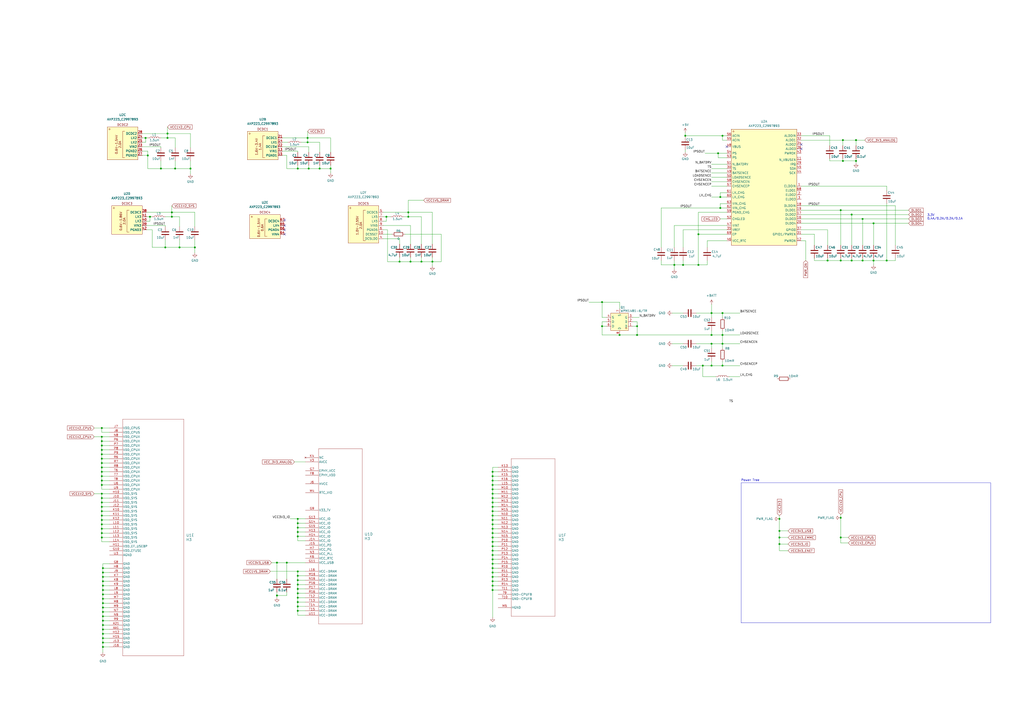
<source format=kicad_sch>
(kicad_sch (version 20250114) (generator "eeschema") (generator_version "9.0")
  (paper "A2")
  (rectangle (start 429.895 280.035) (end 574.675 361.315))
  (text "3.3V\n0.4A/0.2A/0.2A/0.1A\n" (at 537.845 127.635 0) (effects (font (size 1.27 1.27)) (justify left bottom)))
  (text "Power Tree" (at 429.895 279.4 0) (effects (font (size 1.27 1.27)) (justify left bottom)))
  (junction (at 285.75 329.565))
  (junction (at 110.49 97.79))
  (junction (at 285.75 309.245))
  (junction (at 172.72 341.63))
  (junction (at 59.69 349.885))
  (junction (at 59.055 306.705))
  (junction (at 59.055 255.905))
  (junction (at 178.435 80.01))
  (junction (at 236.855 125.73))
  (junction (at 59.69 362.585))
  (junction (at 97.155 77.47))
  (junction (at 59.69 334.645))
  (junction (at 59.69 344.805))
  (junction (at 285.75 281.305))
  (junction (at 172.72 339.09))
  (junction (at 417.83 120.65))
  (junction (at 178.435 82.55))
  (junction (at 285.75 324.485))
  (junction (at 236.855 123.19))
  (junction (at 59.69 329.565))
  (junction (at 419.1 194.31))
  (junction (at 506.73 151.13))
  (junction (at 93.345 97.79))
  (junction (at 417.83 114.3))
  (junction (at 59.055 311.785))
  (junction (at 85.725 90.17))
  (junction (at 285.75 286.385))
  (junction (at 487.68 151.13))
  (junction (at 285.75 319.405))
  (junction (at 172.72 306.07))
  (junction (at 488.95 81.28))
  (junction (at 59.69 365.125))
  (junction (at 412.75 199.39))
  (junction (at 179.07 97.79))
  (junction (at 285.75 337.185))
  (junction (at 59.055 268.605))
  (junction (at 412.75 212.09))
  (junction (at 104.14 143.51))
  (junction (at 59.055 281.305))
  (junction (at 500.38 151.13))
  (junction (at 59.69 352.425))
  (junction (at 488.95 93.345))
  (junction (at 59.055 288.925))
  (junction (at 172.72 308.61))
  (junction (at 391.16 153.67))
  (junction (at 59.69 372.745))
  (junction (at 101.6 97.79))
  (junction (at 59.055 299.085))
  (junction (at 59.055 294.005))
  (junction (at 412.75 181.61))
  (junction (at 416.56 88.9))
  (junction (at 59.69 367.665))
  (junction (at 285.75 321.945))
  (junction (at 59.055 266.065))
  (junction (at 496.57 81.28))
  (junction (at 59.055 291.465))
  (junction (at 185.42 97.79))
  (junction (at 172.72 349.25))
  (junction (at 172.72 97.79))
  (junction (at 419.1 212.09))
  (junction (at 369.57 194.31))
  (junction (at 59.055 278.765))
  (junction (at 59.055 258.445))
  (junction (at 172.72 336.55))
  (junction (at 160.655 345.44))
  (junction (at 59.69 339.725))
  (junction (at 172.72 334.01))
  (junction (at 496.57 93.345))
  (junction (at 59.69 375.285))
  (junction (at 419.1 181.61))
  (junction (at 59.055 263.525))
  (junction (at 285.75 276.225))
  (junction (at 172.72 300.99))
  (junction (at 285.75 334.645))
  (junction (at 487.68 311.785))
  (junction (at 231.775 151.765))
  (junction (at 59.69 354.965))
  (junction (at 59.69 337.185))
  (junction (at 86.995 125.73))
  (junction (at 405.13 135.89))
  (junction (at 285.75 311.785))
  (junction (at 487.68 121.92))
  (junction (at 494.03 151.13))
  (junction (at 97.155 80.01))
  (junction (at 285.75 332.105))
  (junction (at 285.75 294.005))
  (junction (at 452.12 300.99))
  (junction (at 285.75 278.765))
  (junction (at 285.75 339.725))
  (junction (at 419.1 199.39))
  (junction (at 369.57 189.23))
  (junction (at 285.75 301.625))
  (junction (at 285.75 273.685))
  (junction (at 412.75 194.31))
  (junction (at 166.37 326.39))
  (junction (at 238.125 151.765))
  (junction (at 452.12 307.975))
  (junction (at 59.055 286.385))
  (junction (at 172.72 346.71))
  (junction (at 172.72 351.79))
  (junction (at 452.12 315.595))
  (junction (at 487.68 300.355))
  (junction (at 191.77 97.79))
  (junction (at 59.055 309.245))
  (junction (at 349.25 175.26))
  (junction (at 285.75 299.085))
  (junction (at 59.055 260.985))
  (junction (at 397.51 78.74))
  (junction (at 172.72 311.15))
  (junction (at 84.455 80.01))
  (junction (at 59.69 332.105))
  (junction (at 285.75 316.865))
  (junction (at 285.75 304.165))
  (junction (at 285.75 291.465))
  (junction (at 59.69 357.505))
  (junction (at 99.695 123.19))
  (junction (at 407.67 212.09))
  (junction (at 99.695 125.73))
  (junction (at 59.055 304.165))
  (junction (at 250.825 151.765))
  (junction (at 285.75 306.705))
  (junction (at 172.72 331.47))
  (junction (at 59.055 301.625))
  (junction (at 514.35 151.13))
  (junction (at 160.655 326.39))
  (junction (at 95.885 143.51))
  (junction (at 396.24 153.67))
  (junction (at 224.155 125.73))
  (junction (at 506.73 129.54))
  (junction (at 285.75 342.265))
  (junction (at 359.41 194.31))
  (junction (at 494.03 124.46))
  (junction (at 59.055 271.145))
  (junction (at 244.475 151.765))
  (junction (at 59.69 342.265))
  (junction (at 405.13 153.67))
  (junction (at 59.69 347.345))
  (junction (at 172.72 344.17))
  (junction (at 172.72 303.53))
  (junction (at 419.1 78.74))
  (junction (at 59.69 370.205))
  (junction (at 349.25 189.23))
  (junction (at 285.75 296.545))
  (junction (at 59.055 276.225))
  (junction (at 480.06 151.13))
  (junction (at 500.38 127))
  (junction (at 285.75 283.845))
  (junction (at 59.69 360.045))
  (junction (at 59.055 273.685))
  (junction (at 172.72 354.33))
  (junction (at 113.03 143.51))
  (junction (at 452.12 311.785))
  (junction (at 59.055 253.365))
  (junction (at 285.75 288.925))
  (junction (at 285.75 327.025))
  (junction (at 59.055 296.545))
  (junction (at 285.75 314.325))
  (junction (at 59.055 248.285))
  (no_connect (at 421.64 85.09))
  (no_connect (at 165.1 133.35))
  (no_connect (at 464.82 83.82))
  (no_connect (at 464.82 86.36))
  (no_connect (at 165.1 127.635))
  (no_connect (at 165.1 135.89))
  (no_connect (at 165.1 130.81))
  (wire (pts (xy 285.75 273.685) (xy 285.75 276.225)))
  (wire (pts (xy 383.54 151.13) (xy 383.54 153.67)))
  (wire (pts (xy 412.75 100.33) (xy 421.64 100.33)))
  (wire (pts (xy 168.275 300.99) (xy 172.72 300.99)))
  (wire (pts (xy 396.24 133.35) (xy 396.24 143.51)))
  (wire (pts (xy 166.37 345.44) (xy 160.655 345.44)))
  (wire (pts (xy 59.69 334.645) (xy 63.5 334.645)))
  (wire (pts (xy 59.055 266.065) (xy 63.5 266.065)))
  (wire (pts (xy 457.2 319.405) (xy 452.12 319.405)))
  (wire (pts (xy 285.75 339.725) (xy 285.75 342.265)))
  (wire (pts (xy 391.16 151.13) (xy 391.16 153.67)))
  (wire (pts (xy 59.055 263.525) (xy 63.5 263.525)))
  (wire (pts (xy 59.055 288.925) (xy 59.055 291.465)))
  (wire (pts (xy 236.855 123.19) (xy 250.825 123.19)))
  (wire (pts (xy 285.75 299.085) (xy 285.75 301.625)))
  (wire (pts (xy 59.69 347.345) (xy 59.69 349.885)))
  (wire (pts (xy 288.925 329.565) (xy 285.75 329.565)))
  (wire (pts (xy 59.055 248.285) (xy 63.5 248.285)))
  (wire (pts (xy 59.69 329.565) (xy 63.5 329.565)))
  (wire (pts (xy 59.69 344.805) (xy 59.69 347.345)))
  (wire (pts (xy 63.5 347.345) (xy 59.69 347.345)))
  (wire (pts (xy 500.38 151.13) (xy 506.73 151.13)))
  (wire (pts (xy 285.75 337.185) (xy 285.75 339.725)))
  (wire (pts (xy 238.125 130.81) (xy 238.125 141.605)))
  (wire (pts (xy 222.25 135.89) (xy 227.33 135.89)))
  (wire (pts (xy 481.33 92.075) (xy 481.33 93.345)))
  (wire (pts (xy 95.885 131.445) (xy 95.885 130.81)))
  (wire (pts (xy 288.925 283.845) (xy 285.75 283.845)))
  (wire (pts (xy 403.86 181.61) (xy 412.75 181.61)))
  (wire (pts (xy 419.1 191.77) (xy 419.1 194.31)))
  (wire (pts (xy 288.925 337.185) (xy 285.75 337.185)))
  (wire (pts (xy 389.89 212.09) (xy 396.24 212.09)))
  (wire (pts (xy 59.055 306.705) (xy 63.5 306.705)))
  (wire (pts (xy 179.07 97.79) (xy 185.42 97.79)))
  (wire (pts (xy 341.63 175.26) (xy 349.25 175.26)))
  (wire (pts (xy 367.03 186.69) (xy 369.57 186.69)))
  (wire (pts (xy 59.69 329.565) (xy 59.69 332.105)))
  (wire (pts (xy 383.54 153.67) (xy 391.16 153.67)))
  (wire (pts (xy 288.925 311.785) (xy 285.75 311.785)))
  (wire (pts (xy 412.75 191.77) (xy 412.75 194.31)))
  (wire (pts (xy 59.055 301.625) (xy 59.055 304.165)))
  (wire (pts (xy 288.925 281.305) (xy 285.75 281.305)))
  (wire (pts (xy 59.69 372.745) (xy 59.69 375.285)))
  (wire (pts (xy 172.72 356.87) (xy 172.72 354.33)))
  (wire (pts (xy 452.12 315.595) (xy 457.2 315.595)))
  (wire (pts (xy 412.75 181.61) (xy 419.1 181.61)))
  (wire (pts (xy 236.855 123.19) (xy 222.25 123.19)))
  (wire (pts (xy 488.95 81.28) (xy 496.57 81.28)))
  (wire (pts (xy 101.6 97.79) (xy 110.49 97.79)))
  (wire (pts (xy 285.75 301.625) (xy 285.75 304.165)))
  (wire (pts (xy 419.1 78.74) (xy 419.1 81.28)))
  (wire (pts (xy 288.925 334.645) (xy 285.75 334.645)))
  (wire (pts (xy 172.72 306.07) (xy 177.165 306.07)))
  (wire (pts (xy 416.56 88.9) (xy 416.56 91.44)))
  (wire (pts (xy 288.925 299.085) (xy 285.75 299.085)))
  (wire (pts (xy 97.155 77.47) (xy 110.49 77.47)))
  (wire (pts (xy 163.83 82.55) (xy 167.005 82.55)))
  (wire (pts (xy 288.925 321.945) (xy 285.75 321.945)))
  (wire (pts (xy 288.925 327.025) (xy 285.75 327.025)))
  (wire (pts (xy 408.94 88.9) (xy 416.56 88.9)))
  (wire (pts (xy 59.055 314.325) (xy 63.5 314.325)))
  (wire (pts (xy 236.855 125.73) (xy 244.475 125.73)))
  (wire (pts (xy 405.13 153.67) (xy 396.24 153.67)))
  (wire (pts (xy 93.345 85.725) (xy 93.345 85.09)))
  (wire (pts (xy 63.5 354.965) (xy 59.69 354.965)))
  (wire (pts (xy 487.68 121.92) (xy 487.68 142.24)))
  (wire (pts (xy 369.57 189.23) (xy 369.57 194.31)))
  (wire (pts (xy 59.69 370.205) (xy 59.69 372.745)))
  (wire (pts (xy 172.72 308.61) (xy 172.72 311.15)))
  (wire (pts (xy 222.25 128.27) (xy 224.155 128.27)))
  (wire (pts (xy 59.69 349.885) (xy 63.5 349.885)))
  (wire (pts (xy 452.12 319.405) (xy 452.12 315.595)))
  (wire (pts (xy 59.055 253.365) (xy 63.5 253.365)))
  (wire (pts (xy 389.89 181.61) (xy 396.24 181.61)))
  (wire (pts (xy 59.69 362.585) (xy 63.5 362.585)))
  (wire (pts (xy 59.055 273.685) (xy 63.5 273.685)))
  (wire (pts (xy 285.75 281.305) (xy 285.75 283.845)))
  (wire (pts (xy 285.75 286.385) (xy 285.75 288.925)))
  (wire (pts (xy 412.75 181.61) (xy 412.75 184.15)))
  (wire (pts (xy 59.69 360.045) (xy 63.5 360.045)))
  (wire (pts (xy 494.03 151.13) (xy 500.38 151.13)))
  (wire (pts (xy 288.925 309.245) (xy 285.75 309.245)))
  (wire (pts (xy 285.75 329.565) (xy 285.75 332.105)))
  (wire (pts (xy 391.16 130.81) (xy 391.16 143.51)))
  (wire (pts (xy 285.75 271.145) (xy 285.75 273.685)))
  (wire (pts (xy 95.885 139.065) (xy 95.885 143.51)))
  (wire (pts (xy 59.055 266.065) (xy 59.055 268.605)))
  (wire (pts (xy 419.1 209.55) (xy 419.1 212.09)))
  (wire (pts (xy 349.25 184.15) (xy 351.79 184.15)))
  (wire (pts (xy 88.265 133.35) (xy 88.265 143.51)))
  (wire (pts (xy 412.75 95.25) (xy 421.64 95.25)))
  (wire (pts (xy 391.16 153.67) (xy 391.16 156.21)))
  (wire (pts (xy 494.03 124.46) (xy 527.05 124.46)))
  (wire (pts (xy 467.36 151.13) (xy 467.36 139.7)))
  (wire (pts (xy 177.165 356.87) (xy 172.72 356.87)))
  (wire (pts (xy 160.655 326.39) (xy 166.37 326.39)))
  (wire (pts (xy 59.055 304.165) (xy 59.055 306.705)))
  (wire (pts (xy 88.265 133.35) (xy 85.09 133.35)))
  (wire (pts (xy 464.82 124.46) (xy 494.03 124.46)))
  (wire (pts (xy 410.21 153.67) (xy 405.13 153.67)))
  (wire (pts (xy 63.5 344.805) (xy 59.69 344.805)))
  (wire (pts (xy 285.75 311.785) (xy 285.75 314.325)))
  (wire (pts (xy 288.925 306.705) (xy 285.75 306.705)))
  (wire (pts (xy 238.125 151.765) (xy 244.475 151.765)))
  (wire (pts (xy 419.1 181.61) (xy 419.1 184.15)))
  (wire (pts (xy 285.75 276.225) (xy 285.75 278.765)))
  (wire (pts (xy 285.75 278.765) (xy 285.75 281.305)))
  (wire (pts (xy 412.75 97.79) (xy 421.64 97.79)))
  (wire (pts (xy 166.37 326.39) (xy 166.37 335.915)))
  (wire (pts (xy 191.77 95.885) (xy 191.77 97.79)))
  (wire (pts (xy 494.03 149.86) (xy 494.03 151.13)))
  (wire (pts (xy 452.12 311.785) (xy 457.2 311.785)))
  (wire (pts (xy 407.67 212.09) (xy 412.75 212.09)))
  (wire (pts (xy 285.75 327.025) (xy 285.75 329.565)))
  (wire (pts (xy 59.69 367.665) (xy 63.5 367.665)))
  (wire (pts (xy 405.13 135.89) (xy 405.13 153.67)))
  (wire (pts (xy 172.72 351.79) (xy 172.72 349.25)))
  (wire (pts (xy 288.925 294.005) (xy 285.75 294.005)))
  (wire (pts (xy 285.75 294.005) (xy 285.75 296.545)))
  (wire (pts (xy 452.12 307.975) (xy 452.12 311.785)))
  (wire (pts (xy 172.72 303.53) (xy 172.72 306.07)))
  (wire (pts (xy 59.055 294.005) (xy 63.5 294.005)))
  (wire (pts (xy 59.69 357.505) (xy 63.5 357.505)))
  (wire (pts (xy 231.775 151.765) (xy 238.125 151.765)))
  (wire (pts (xy 224.79 151.765) (xy 231.775 151.765)))
  (wire (pts (xy 369.57 186.69) (xy 369.57 189.23)))
  (wire (pts (xy 487.68 300.355) (xy 487.68 311.785)))
  (wire (pts (xy 59.69 339.725) (xy 63.5 339.725)))
  (wire (pts (xy 236.855 116.205) (xy 236.855 123.19)))
  (wire (pts (xy 349.25 175.26) (xy 359.41 175.26)))
  (wire (pts (xy 472.44 135.89) (xy 472.44 142.24)))
  (wire (pts (xy 487.68 121.92) (xy 527.05 121.92)))
  (wire (pts (xy 86.995 128.27) (xy 86.995 125.73)))
  (wire (pts (xy 464.82 127) (xy 500.38 127)))
  (wire (pts (xy 185.42 82.55) (xy 178.435 82.55)))
  (wire (pts (xy 519.43 151.13) (xy 514.35 151.13)))
  (wire (pts (xy 172.72 87.63) (xy 163.83 87.63)))
  (wire (pts (xy 244.475 149.225) (xy 244.475 151.765)))
  (wire (pts (xy 250.825 151.765) (xy 250.825 154.305)))
  (wire (pts (xy 403.86 212.09) (xy 407.67 212.09)))
  (wire (pts (xy 85.09 123.19) (xy 99.695 123.19)))
  (wire (pts (xy 452.12 299.085) (xy 452.12 300.99)))
  (wire (pts (xy 156.845 331.47) (xy 172.72 331.47)))
  (wire (pts (xy 166.37 343.535) (xy 166.37 345.44)))
  (wire (pts (xy 97.155 80.01) (xy 93.345 80.01)))
  (wire (pts (xy 419.1 181.61) (xy 429.26 181.61)))
  (wire (pts (xy 172.72 344.17) (xy 177.165 344.17)))
  (wire (pts (xy 222.25 133.35) (xy 224.79 133.35)))
  (wire (pts (xy 417.83 118.11) (xy 417.83 120.65)))
  (wire (pts (xy 172.72 334.01) (xy 172.72 331.47)))
  (wire (pts (xy 59.055 291.465) (xy 63.5 291.465)))
  (wire (pts (xy 59.69 327.025) (xy 59.69 329.565)))
  (wire (pts (xy 285.75 296.545) (xy 285.75 299.085)))
  (wire (pts (xy 59.055 260.985) (xy 59.055 263.525)))
  (wire (pts (xy 412.75 194.31) (xy 419.1 194.31)))
  (wire (pts (xy 351.79 189.23) (xy 349.25 189.23)))
  (wire (pts (xy 496.57 92.075) (xy 496.57 93.345)))
  (wire (pts (xy 172.72 300.99) (xy 172.72 303.53)))
  (wire (pts (xy 170.815 267.97) (xy 177.165 267.97)))
  (wire (pts (xy 163.83 90.17) (xy 166.37 90.17)))
  (wire (pts (xy 185.42 95.885) (xy 185.42 97.79)))
  (wire (pts (xy 421.64 133.35) (xy 396.24 133.35)))
  (wire (pts (xy 288.925 276.225) (xy 285.75 276.225)))
  (wire (pts (xy 231.775 149.225) (xy 231.775 151.765)))
  (wire (pts (xy 412.75 105.41) (xy 421.64 105.41)))
  (wire (pts (xy 59.055 273.685) (xy 59.055 276.225)))
  (wire (pts (xy 84.455 82.55) (xy 84.455 80.01)))
  (wire (pts (xy 494.03 124.46) (xy 494.03 142.24)))
  (wire (pts (xy 54.61 286.385) (xy 59.055 286.385)))
  (wire (pts (xy 222.25 125.73) (xy 224.155 125.73)))
  (wire (pts (xy 417.83 111.76) (xy 417.83 114.3)))
  (wire (pts (xy 160.655 345.44) (xy 160.655 346.71)))
  (wire (pts (xy 421.64 130.81) (xy 391.16 130.81)))
  (wire (pts (xy 396.24 153.67) (xy 391.16 153.67)))
  (wire (pts (xy 59.69 337.185) (xy 59.69 339.725)))
  (wire (pts (xy 285.75 314.325) (xy 285.75 316.865)))
  (wire (pts (xy 397.51 76.835) (xy 397.51 78.74)))
  (wire (pts (xy 59.055 255.905) (xy 63.5 255.905)))
  (wire (pts (xy 84.455 80.01) (xy 85.725 80.01)))
  (wire (pts (xy 99.695 119.38) (xy 99.695 123.19)))
  (wire (pts (xy 405.13 135.89) (xy 421.64 135.89)))
  (wire (pts (xy 288.925 339.725) (xy 285.75 339.725)))
  (wire (pts (xy 244.475 125.73) (xy 244.475 141.605)))
  (wire (pts (xy 63.5 375.285) (xy 59.69 375.285)))
  (wire (pts (xy 421.64 78.74) (xy 419.1 78.74)))
  (wire (pts (xy 481.33 93.345) (xy 488.95 93.345)))
  (wire (pts (xy 166.37 97.79) (xy 172.72 97.79)))
  (wire (pts (xy 59.055 278.765) (xy 59.055 281.305)))
  (wire (pts (xy 59.055 278.765) (xy 63.5 278.765)))
  (wire (pts (xy 412.75 212.09) (xy 419.1 212.09)))
  (wire (pts (xy 191.77 88.265) (xy 191.77 80.01)))
  (wire (pts (xy 95.885 143.51) (xy 104.14 143.51)))
  (wire (pts (xy 419.1 194.31) (xy 429.26 194.31)))
  (wire (pts (xy 59.055 301.625) (xy 63.5 301.625)))
  (wire (pts (xy 244.475 151.765) (xy 250.825 151.765)))
  (wire (pts (xy 250.825 123.19) (xy 250.825 141.605)))
  (wire (pts (xy 160.655 326.39) (xy 160.655 335.915)))
  (wire (pts (xy 178.435 80.01) (xy 178.435 82.55)))
  (wire (pts (xy 113.03 139.065) (xy 113.03 143.51)))
  (wire (pts (xy 519.43 119.38) (xy 519.43 142.24)))
  (wire (pts (xy 178.435 76.2) (xy 178.435 80.01)))
  (wire (pts (xy 222.25 130.81) (xy 238.125 130.81)))
  (wire (pts (xy 185.42 97.79) (xy 191.77 97.79)))
  (wire (pts (xy 288.925 278.765) (xy 285.75 278.765)))
  (wire (pts (xy 166.37 90.17) (xy 166.37 97.79)))
  (wire (pts (xy 288.925 316.865) (xy 285.75 316.865)))
  (wire (pts (xy 288.925 332.105) (xy 285.75 332.105)))
  (wire (pts (xy 417.83 127) (xy 421.64 127)))
  (wire (pts (xy 172.72 339.09) (xy 172.72 336.55)))
  (wire (pts (xy 403.86 199.39) (xy 412.75 199.39)))
  (wire (pts (xy 285.75 309.245) (xy 285.75 311.785)))
  (wire (pts (xy 506.73 151.13) (xy 514.35 151.13)))
  (wire (pts (xy 222.25 138.43) (xy 231.775 138.43)))
  (wire (pts (xy 412.75 102.87) (xy 421.64 102.87)))
  (wire (pts (xy 59.69 349.885) (xy 59.69 352.425)))
  (wire (pts (xy 351.79 186.69) (xy 349.25 186.69)))
  (wire (pts (xy 288.925 304.165) (xy 285.75 304.165)))
  (wire (pts (xy 480.06 149.86) (xy 480.06 151.13)))
  (wire (pts (xy 59.69 367.665) (xy 59.69 370.205)))
  (wire (pts (xy 93.345 97.79) (xy 101.6 97.79)))
  (wire (pts (xy 464.82 129.54) (xy 506.73 129.54)))
  (wire (pts (xy 389.89 199.39) (xy 396.24 199.39)))
  (wire (pts (xy 172.72 341.63) (xy 177.165 341.63)))
  (wire (pts (xy 59.055 276.225) (xy 59.055 278.765)))
  (wire (pts (xy 496.57 81.28) (xy 501.65 81.28)))
  (wire (pts (xy 59.69 352.425) (xy 63.5 352.425)))
  (wire (pts (xy 104.14 131.445) (xy 104.14 125.73)))
  (wire (pts (xy 54.61 248.285) (xy 59.055 248.285)))
  (wire (pts (xy 383.54 120.65) (xy 417.83 120.65)))
  (wire (pts (xy 59.055 304.165) (xy 63.5 304.165)))
  (wire (pts (xy 59.69 352.425) (xy 59.69 354.965)))
  (wire (pts (xy 359.41 175.26) (xy 359.41 179.07)))
  (wire (pts (xy 464.82 78.74) (xy 481.33 78.74)))
  (wire (pts (xy 172.72 346.71) (xy 172.72 344.17)))
  (wire (pts (xy 172.72 344.17) (xy 172.72 341.63)))
  (wire (pts (xy 488.95 81.28) (xy 488.95 84.455)))
  (wire (pts (xy 59.69 337.185) (xy 63.5 337.185)))
  (wire (pts (xy 93.345 85.09) (xy 82.55 85.09)))
  (wire (pts (xy 288.925 271.145) (xy 285.75 271.145)))
  (wire (pts (xy 85.725 97.79) (xy 93.345 97.79)))
  (wire (pts (xy 288.925 296.545) (xy 285.75 296.545)))
  (wire (pts (xy 59.69 375.285) (xy 59.69 378.46)))
  (wire (pts (xy 288.925 291.465) (xy 285.75 291.465)))
  (wire (pts (xy 59.055 306.705) (xy 59.055 309.245)))
  (wire (pts (xy 110.49 85.725) (xy 110.49 77.47)))
  (wire (pts (xy 104.14 143.51) (xy 113.03 143.51)))
  (wire (pts (xy 99.695 123.19) (xy 113.03 123.19)))
  (wire (pts (xy 99.695 125.73) (xy 95.885 125.73)))
  (wire (pts (xy 472.44 149.86) (xy 472.44 151.13)))
  (wire (pts (xy 422.91 218.44) (xy 429.26 218.44)))
  (wire (pts (xy 101.6 85.725) (xy 101.6 80.01)))
  (wire (pts (xy 487.68 151.13) (xy 494.03 151.13)))
  (wire (pts (xy 59.055 294.005) (xy 59.055 296.545)))
  (wire (pts (xy 59.055 291.465) (xy 59.055 294.005)))
  (wire (pts (xy 452.12 311.785) (xy 452.12 315.595)))
  (wire (pts (xy 163.83 80.01) (xy 178.435 80.01)))
  (wire (pts (xy 163.83 85.09) (xy 179.07 85.09)))
  (wire (pts (xy 421.64 120.65) (xy 417.83 120.65)))
  (wire (pts (xy 177.165 334.01) (xy 172.72 334.01)))
  (wire (pts (xy 288.925 324.485) (xy 285.75 324.485)))
  (wire (pts (xy 88.265 143.51) (xy 95.885 143.51)))
  (wire (pts (xy 101.6 93.345) (xy 101.6 97.79)))
  (wire (pts (xy 421.64 123.19) (xy 405.13 123.19)))
  (wire (pts (xy 488.95 92.075) (xy 488.95 93.345)))
  (wire (pts (xy 157.48 326.39) (xy 160.655 326.39)))
  (wire (pts (xy 421.64 118.11) (xy 417.83 118.11)))
  (wire (pts (xy 359.41 194.31) (xy 369.57 194.31)))
  (wire (pts (xy 172.72 349.25) (xy 172.72 346.71)))
  (wire (pts (xy 367.03 184.15) (xy 370.84 184.15)))
  (wire (pts (xy 172.72 306.07) (xy 172.72 308.61)))
  (wire (pts (xy 172.72 336.55) (xy 177.165 336.55)))
  (wire (pts (xy 410.21 151.13) (xy 410.21 153.67)))
  (wire (pts (xy 59.055 288.925) (xy 63.5 288.925)))
  (wire (pts (xy 487.68 149.86) (xy 487.68 151.13)))
  (wire (pts (xy 506.73 129.54) (xy 527.05 129.54)))
  (wire (pts (xy 464.82 135.89) (xy 472.44 135.89)))
  (wire (pts (xy 59.055 283.845) (xy 63.5 283.845)))
  (wire (pts (xy 85.09 125.73) (xy 86.995 125.73)))
  (wire (pts (xy 285.75 306.705) (xy 285.75 309.245)))
  (wire (pts (xy 288.925 286.385) (xy 285.75 286.385)))
  (wire (pts (xy 59.055 286.385) (xy 63.5 286.385)))
  (wire (pts (xy 487.68 311.785) (xy 487.68 314.96)))
  (wire (pts (xy 82.55 80.01) (xy 84.455 80.01)))
  (wire (pts (xy 59.69 357.505) (xy 59.69 360.045)))
  (wire (pts (xy 59.055 299.085) (xy 63.5 299.085)))
  (wire (pts (xy 85.725 87.63) (xy 82.55 87.63)))
  (wire (pts (xy 349.25 175.26) (xy 349.25 184.15)))
  (wire (pts (xy 172.72 354.33) (xy 172.72 351.79)))
  (wire (pts (xy 97.155 73.66) (xy 97.155 77.47)))
  (wire (pts (xy 172.72 308.61) (xy 177.165 308.61)))
  (wire (pts (xy 285.75 324.485) (xy 285.75 327.025)))
  (wire (pts (xy 85.725 87.63) (xy 85.725 90.17)))
  (wire (pts (xy 172.72 95.885) (xy 172.72 97.79)))
  (wire (pts (xy 99.695 123.19) (xy 99.695 125.73)))
  (wire (pts (xy 59.055 271.145) (xy 63.5 271.145)))
  (wire (pts (xy 500.38 127) (xy 500.38 142.24)))
  (wire (pts (xy 288.925 319.405) (xy 285.75 319.405)))
  (wire (pts (xy 285.75 332.105) (xy 285.75 334.645)))
  (wire (pts (xy 172.72 88.265) (xy 172.72 87.63)))
  (wire (pts (xy 416.56 88.9) (xy 421.64 88.9)))
  (wire (pts (xy 82.55 77.47) (xy 97.155 77.47)))
  (wire (pts (xy 59.055 299.085) (xy 59.055 301.625)))
  (wire (pts (xy 285.75 342.265) (xy 288.925 342.265)))
  (wire (pts (xy 285.75 319.405) (xy 285.75 321.945)))
  (wire (pts (xy 480.06 151.13) (xy 487.68 151.13)))
  (wire (pts (xy 383.54 120.65) (xy 383.54 143.51)))
  (wire (pts (xy 63.5 250.825) (xy 59.055 250.825)))
  (wire (pts (xy 234.95 135.89) (xy 255.905 135.89)))
  (wire (pts (xy 487.68 311.785) (xy 492.125 311.785)))
  (wire (pts (xy 234.315 125.73) (xy 236.855 125.73)))
  (wire (pts (xy 245.745 116.205) (xy 236.855 116.205)))
  (wire (pts (xy 59.055 268.605) (xy 63.5 268.605)))
  (wire (pts (xy 452.12 307.975) (xy 457.2 307.975)))
  (wire (pts (xy 288.925 314.325) (xy 285.75 314.325)))
  (wire (pts (xy 487.68 298.45) (xy 487.68 300.355)))
  (wire (pts (xy 110.49 97.79) (xy 110.49 100.965)))
  (wire (pts (xy 185.42 88.265) (xy 185.42 82.55)))
  (wire (pts (xy 85.725 90.17) (xy 85.725 97.79)))
  (wire (pts (xy 59.055 263.525) (xy 59.055 266.065)))
  (wire (pts (xy 59.055 311.785) (xy 59.055 314.325)))
  (wire (pts (xy 191.77 97.79) (xy 191.77 100.33)))
  (wire (pts (xy 500.38 149.86) (xy 500.38 151.13)))
  (wire (pts (xy 419.1 194.31) (xy 419.1 199.39)))
  (wire (pts (xy 464.82 119.38) (xy 519.43 119.38)))
  (wire (pts (xy 59.69 354.965) (xy 59.69 357.505)))
  (wire (pts (xy 285.75 334.645) (xy 285.75 337.185)))
  (wire (pts (xy 410.21 143.51) (xy 410.21 139.7)))
  (wire (pts (xy 419.1 212.09) (xy 429.26 212.09)))
  (wire (pts (xy 104.14 125.73) (xy 99.695 125.73)))
  (wire (pts (xy 285.75 288.925) (xy 285.75 291.465)))
  (wire (pts (xy 488.95 93.345) (xy 496.57 93.345)))
  (wire (pts (xy 367.03 189.23) (xy 369.57 189.23)))
  (wire (pts (xy 172.72 349.25) (xy 177.165 349.25)))
  (wire (pts (xy 250.825 149.225) (xy 250.825 151.765)))
  (wire (pts (xy 172.72 339.09) (xy 177.165 339.09)))
  (wire (pts (xy 464.82 121.92) (xy 487.68 121.92)))
  (wire (pts (xy 419.1 199.39) (xy 419.1 201.93)))
  (wire (pts (xy 405.13 123.19) (xy 405.13 135.89)))
  (wire (pts (xy 407.67 218.44) (xy 407.67 212.09)))
  (wire (pts (xy 178.435 82.55) (xy 174.625 82.55)))
  (wire (pts (xy 514.35 118.11) (xy 514.35 151.13)))
  (wire (pts (xy 59.055 276.225) (xy 63.5 276.225)))
  (wire (pts (xy 480.06 133.35) (xy 480.06 142.24)))
  (wire (pts (xy 178.435 80.01) (xy 191.77 80.01)))
  (wire (pts (xy 412.75 199.39) (xy 419.1 199.39)))
  (wire (pts (xy 285.75 321.945) (xy 285.75 324.485)))
  (wire (pts (xy 285.75 316.865) (xy 285.75 319.405)))
  (wire (pts (xy 160.655 343.535) (xy 160.655 345.44)))
  (wire (pts (xy 97.155 77.47) (xy 97.155 80.01)))
  (wire (pts (xy 59.055 309.245) (xy 59.055 311.785)))
  (wire (pts (xy 500.38 127) (xy 527.05 127)))
  (wire (pts (xy 396.24 151.13) (xy 396.24 153.67)))
  (wire (pts (xy 179.07 95.885) (xy 179.07 97.79)))
  (wire (pts (xy 481.33 78.74) (xy 481.33 84.455)))
  (wire (pts (xy 59.69 332.105) (xy 63.5 332.105)))
  (wire (pts (xy 285.75 283.845) (xy 285.75 286.385)))
  (wire (pts (xy 59.69 365.125) (xy 63.5 365.125)))
  (wire (pts (xy 59.055 255.905) (xy 59.055 258.445)))
  (wire (pts (xy 172.72 311.15) (xy 177.165 311.15)))
  (wire (pts (xy 59.055 309.245) (xy 63.5 309.245)))
  (wire (pts (xy 82.55 82.55) (xy 84.455 82.55)))
  (wire (pts (xy 59.055 271.145) (xy 59.055 273.685)))
  (wire (pts (xy 59.69 342.265) (xy 59.69 344.805)))
  (wire (pts (xy 238.125 149.225) (xy 238.125 151.765)))
  (wire (pts (xy 288.925 273.685) (xy 285.75 273.685)))
  (wire (pts (xy 59.055 253.365) (xy 59.055 255.905)))
  (wire (pts (xy 59.69 360.045) (xy 59.69 362.585)))
  (wire (pts (xy 59.69 334.645) (xy 59.69 337.185)))
  (wire (pts (xy 86.995 125.73) (xy 88.265 125.73)))
  (wire (pts (xy 410.21 139.7) (xy 421.64 139.7)))
  (wire (pts (xy 369.57 194.31) (xy 412.75 194.31)))
  (wire (pts (xy 59.055 296.545) (xy 59.055 299.085)))
  (wire (pts (xy 59.69 365.125) (xy 59.69 367.665)))
  (wire (pts (xy 349.25 194.31) (xy 359.41 194.31)))
  (wire (pts (xy 514.35 107.95) (xy 514.35 110.49)))
  (wire (pts (xy 172.72 97.79) (xy 179.07 97.79)))
  (wire (pts (xy 54.61 253.365) (xy 59.055 253.365)))
  (wire (pts (xy 172.72 341.63) (xy 172.72 339.09)))
  (wire (pts (xy 101.6 80.01) (xy 97.155 80.01)))
  (wire (pts (xy 59.055 258.445) (xy 63.5 258.445)))
  (wire (pts (xy 452.12 300.99) (xy 452.12 307.975)))
  (wire (pts (xy 231.775 138.43) (xy 231.775 141.605)))
  (wire (pts (xy 496.57 93.345) (xy 496.57 94.615)))
  (wire (pts (xy 412.75 176.53) (xy 412.75 181.61)))
  (wire (pts (xy 104.14 139.065) (xy 104.14 143.51)))
  (wire (pts (xy 59.69 372.745) (xy 63.5 372.745)))
  (wire (pts (xy 419.1 199.39) (xy 429.26 199.39)))
  (wire (pts (xy 285.75 304.165) (xy 285.75 306.705)))
  (wire (pts (xy 82.55 90.17) (xy 85.725 90.17)))
  (wire (pts (xy 236.855 125.73) (xy 236.855 123.19)))
  (wire (pts (xy 415.29 218.44) (xy 407.67 218.44)))
  (wire (pts (xy 59.055 311.785) (xy 63.5 311.785)))
  (wire (pts (xy 59.055 296.545) (xy 63.5 296.545)))
  (wire (pts (xy 464.82 81.28) (xy 488.95 81.28)))
  (wire (pts (xy 224.155 125.73) (xy 226.695 125.73)))
  (wire (pts (xy 506.73 151.13) (xy 506.73 153.67)))
  (wire (pts (xy 59.69 332.105) (xy 59.69 334.645)))
  (wire (pts (xy 288.925 288.925) (xy 285.75 288.925)))
  (wire (pts (xy 59.69 327.025) (xy 63.5 327.025)))
  (wire (pts (xy 59.055 281.305) (xy 59.055 283.845)))
  (wire (pts (xy 421.64 91.44) (xy 416.56 91.44)))
  (wire (pts (xy 172.72 303.53) (xy 177.165 303.53)))
  (wire (pts (xy 288.925 301.625) (xy 285.75 301.625)))
  (wire (pts (xy 172.72 351.79) (xy 177.165 351.79)))
  (wire (pts (xy 421.64 111.76) (xy 417.83 111.76)))
  (wire (pts (xy 172.72 313.69) (xy 177.165 313.69)))
  (wire (pts (xy 255.905 135.89) (xy 255.905 151.765)))
  (wire (pts (xy 59.69 370.205) (xy 63.5 370.205)))
  (wire (pts (xy 59.055 268.605) (xy 59.055 271.145)))
  (wire (pts (xy 59.055 260.985) (xy 63.5 260.985)))
  (wire (pts (xy 172.72 331.47) (xy 177.165 331.47)))
  (wire (pts (xy 464.82 133.35) (xy 480.06 133.35)))
  (wire (pts (xy 63.5 342.265) (xy 59.69 342.265)))
  (wire (pts (xy 397.51 78.74) (xy 419.1 78.74)))
  (wire (pts (xy 496.57 81.28) (xy 496.57 84.455)))
  (wire (pts (xy 85.09 128.27) (xy 86.995 128.27)))
  (wire (pts (xy 285.75 358.14) (xy 285.75 342.265)))
  (wire (pts (xy 419.1 81.28) (xy 421.64 81.28)))
  (wire (pts (xy 506.73 149.86) (xy 506.73 151.13)))
  (wire (pts (xy 172.72 300.99) (xy 177.165 300.99)))
  (wire (pts (xy 412.75 114.3) (xy 417.83 114.3)))
  (wire (pts (xy 172.72 354.33) (xy 177.165 354.33)))
  (wire (pts (xy 172.72 336.55) (xy 172.72 334.01)))
  (wire (pts (xy 113.03 143.51) (xy 113.03 146.685)))
  (wire (pts (xy 464.82 107.95) (xy 514.35 107.95)))
  (wire (pts (xy 95.885 130.81) (xy 85.09 130.81)))
  (wire (pts (xy 397.51 86.995) (xy 397.51 88.265)))
  (wire (pts (xy 487.68 314.96) (xy 492.125 314.96)))
  (wire (pts (xy 412.75 209.55) (xy 412.75 212.09)))
  (wire (pts (xy 172.72 346.71) (xy 177.165 346.71)))
  (wire (pts (xy 59.69 362.585) (xy 59.69 365.125)))
  (wire (pts (xy 224.79 133.35) (xy 224.79 151.765)))
  (wire (pts (xy 59.055 286.385) (xy 59.055 288.925)))
  (wire (pts (xy 506.73 129.54) (xy 506.73 142.24)))
  (wire (pts (xy 412.75 107.95) (xy 421.64 107.95)))
  (wire (pts (xy 224.155 128.27) (xy 224.155 125.73)))
  (wire (pts (xy 59.055 281.305) (xy 63.5 281.305)))
  (wire (pts (xy 110.49 93.345) (xy 110.49 97.79)))
  (wire (pts (xy 59.055 250.825) (xy 59.055 248.285)))
  (wire (pts (xy 166.37 326.39) (xy 177.165 326.39)))
  (wire (pts (xy 93.345 93.345) (xy 93.345 97.79)))
  (wire (pts (xy 472.44 151.13) (xy 480.06 151.13)))
  (wire (pts (xy 255.905 151.765) (xy 250.825 151.765)))
  (wire (pts (xy 349.25 189.23) (xy 349.25 194.31)))
  (wire (pts (xy 467.36 139.7) (xy 464.82 139.7)))
  (wire (pts (xy 59.055 258.445) (xy 59.055 260.985)))
  (wire (pts (xy 179.07 85.09) (xy 179.07 88.265)))
  (wire (pts (xy 113.03 131.445) (xy 113.03 123.19)))
  (wire (pts (xy 172.72 311.15) (xy 172.72 313.69)))
  (wire (pts (xy 417.83 114.3) (xy 421.64 114.3)))
  (wire (pts (xy 519.43 149.86) (xy 519.43 151.13)))
  (wire (pts (xy 412.75 199.39) (xy 412.75 201.93)))
  (wire (pts (xy 349.25 186.69) (xy 349.25 189.23)))
  (wire (pts (xy 397.51 78.74) (xy 397.51 79.375)))
  (wire (pts (xy 285.75 291.465) (xy 285.75 294.005)))
  (wire (pts (xy 59.69 339.725) (xy 59.69 342.265)))
  (label "IPSOUT" (at 86.36 85.09 0))
  (label "IPSOUT" (at 468.63 119.38 0))
  (label "CHSENCEP" (at 429.26 212.09 0))
  (label "BATSENCE" (at 412.75 100.33 180))
  (label "BATSENCE" (at 429.26 181.61 0))
  (label "IPSOUT" (at 165.1 87.63 0))
  (label "CHSENCEN" (at 412.75 105.41 180))
  (label "IPSOUT" (at 88.9 130.81 0))
  (label "CHSENCEP" (at 412.75 107.95 180))
  (label "CHSENCEN" (at 429.26 199.39 0))
  (label "IPSOUT" (at 468.63 107.95 0))
  (label "N_BATDRV" (at 370.84 184.15 0))
  (label "IPSOUT" (at 401.32 120.65 180))
  (label "VCC3V3_IO" (at 168.275 300.99 180))
  (label "LX_CHG" (at 429.26 218.44 0))
  (label "IPSOUT" (at 341.63 175.26 180))
  (label "IPSOUT" (at 408.94 88.9 180))
  (label "N_BATDRV" (at 412.75 95.25 180))
  (label "LOADSENCE" (at 429.26 194.31 0))
  (label "TS" (at 412.75 97.79 180))
  (label "LX_CHG" (at 412.75 114.3 180))
  (label "IPSOUT" (at 471.17 78.74 0))
  (label "LOADSENCE" (at 412.75 102.87 180))
  (label "TS" (at 422.91 233.68 0))
  (global_label "CHG_LED" (shape input) (at 417.83 127 180) (property "Intersheetrefs" "${INTERSHEET_REFS}" (effects (hide yes))))
  (global_label "VCC1V2_CPU" (shape input) (at 97.155 73.66 0) (property "Intersheetrefs" "${INTERSHEET_REFS}" (effects (hide yes))))
  (global_label "VCC3V3_USB" (shape input) (at 157.48 326.39 180) (property "Intersheetrefs" "${INTERSHEET_REFS}" (effects (hide yes))))
  (global_label "VCC1V2_SYS" (shape input) (at 54.61 286.385 180) (property "Intersheetrefs" "${INTERSHEET_REFS}" (effects (hide yes))))
  (global_label "VCC1V5_DRAM" (shape input) (at 245.745 116.205 0) (property "Intersheetrefs" "${INTERSHEET_REFS}" (effects (hide yes))))
  (global_label "VCC1V2_CPUS" (shape input) (at 492.125 311.785 0) (property "Intersheetrefs" "${INTERSHEET_REFS}" (effects (hide yes))))
  (global_label "VCC3V3_IO" (shape input) (at 457.2 315.595 0) (property "Intersheetrefs" "${INTERSHEET_REFS}" (effects (hide yes))))
  (global_label "VCC_3V3_ANALOG" (shape input) (at 501.65 81.28 0) (property "Intersheetrefs" "${INTERSHEET_REFS}" (effects (hide yes))))
  (global_label "VCC_3V3_ANALOG" (shape input) (at 170.815 267.97 180) (property "Intersheetrefs" "${INTERSHEET_REFS}" (effects (hide yes))))
  (global_label "VCC1V2_CPUX" (shape input) (at 492.125 314.96 0) (property "Intersheetrefs" "${INTERSHEET_REFS}" (effects (hide yes))))
  (global_label "VCC3V3_EMMC" (shape input) (at 457.2 311.785 0) (property "Intersheetrefs" "${INTERSHEET_REFS}" (effects (hide yes))))
  (global_label "DLDO1" (shape input) (at 527.05 121.92 0) (property "Intersheetrefs" "${INTERSHEET_REFS}" (effects (hide yes))))
  (global_label "VCC1V2_CPU" (shape input) (at 487.68 298.45 90) (property "Intersheetrefs" "${INTERSHEET_REFS}" (effects (hide yes))))
  (global_label "VCC3V3" (shape input) (at 178.435 76.2 0) (property "Intersheetrefs" "${INTERSHEET_REFS}" (effects (hide yes))))
  (global_label "PWR_ON" (shape input) (at 467.36 151.13 270) (property "Intersheetrefs" "${INTERSHEET_REFS}" (effects (hide yes))))
  (global_label "VCC1V2_CPUS" (shape input) (at 54.61 248.285 180) (property "Intersheetrefs" "${INTERSHEET_REFS}" (effects (hide yes))))
  (global_label "DLDO3" (shape input) (at 527.05 127 0) (property "Intersheetrefs" "${INTERSHEET_REFS}" (effects (hide yes))))
  (global_label "VCC1V5_DRAM" (shape input) (at 156.845 331.47 180) (property "Intersheetrefs" "${INTERSHEET_REFS}" (effects (hide yes))))
  (global_label "VCC3V3_USB" (shape input) (at 457.2 307.975 0) (property "Intersheetrefs" "${INTERSHEET_REFS}" (effects (hide yes))))
  (global_label "VCC3V3" (shape input) (at 452.12 299.085 90) (property "Intersheetrefs" "${INTERSHEET_REFS}" (effects (hide yes))))
  (global_label "DLDO2" (shape input) (at 527.05 124.46 0) (property "Intersheetrefs" "${INTERSHEET_REFS}" (effects (hide yes))))
  (global_label "VCC1V2_CPUX" (shape input) (at 54.61 253.365 180) (property "Intersheetrefs" "${INTERSHEET_REFS}" (effects (hide yes))))
  (global_label "VCC3V3_ENET" (shape input) (at 457.2 319.405 0) (property "Intersheetrefs" "${INTERSHEET_REFS}" (effects (hide yes))))
  (global_label "VCC1V2_SYS" (shape input) (at 99.695 119.38 0) (property "Intersheetrefs" "${INTERSHEET_REFS}" (effects (hide yes))))
  (global_label "DLDO4" (shape input) (at 527.05 129.54 0) (property "Intersheetrefs" "${INTERSHEET_REFS}" (effects (hide yes))))
  (symbol (lib_id "Device:C") (at 400.05 212.09 90) (unit 1)
    (property "Reference" "C49" (at 396.494 214.122 90))
    (property "Value" "10uF" (at 404.114 214.122 90))
  )
  (symbol (lib_id "Device:C") (at 244.475 145.415 180) (unit 1)
    (property "Reference" "C28" (at 240.03 143.51 0) (effects (justify right)))
    (property "Value" "1nF" (at 240.665 147.955 0) (effects (justify right)))
  )
  (symbol (lib_id "Device:C") (at 506.73 146.05 0) (mirror x) (unit 1)
    (property "Reference" "C34" (at 509.27 143.51 0))
    (property "Value" "4.7uF" (at 509.905 148.59 0))
  )
  (symbol (lib_id "power:GND") (at 506.73 153.67 0) (mirror y) (unit 1)
    (property "Reference" "#PWR035" (effects (hide yes)))
    (property "Value" "GND" (at 506.73 158.115 0))
  )
  (symbol (lib_id "Device:C") (at 113.03 135.255 180) (unit 1)
    (property "Reference" "C10" (at 108.585 133.35 0) (effects (justify right)))
    (property "Value" "10uF" (at 107.95 137.795 0) (effects (justify right)))
  )
  (symbol (lib_id "2024-11-20_05-40-34:H3") (at 288.925 271.145 0) (unit 6)
    (property "Reference" "U1" (at 323.85 310.515 0) (effects (font (size 1.524 1.524)) (justify left)))
    (property "Value" "H3" (at 323.85 313.055 0) (effects (font (size 1.524 1.524)) (justify left)))
    (property "Footprint" "BGA347_H3_AWT" (effects (hide yes)))
    (property "Datasheet" "https://dl.linux-sunxi.org/H3/Allwinner_H3_Datasheet_V1.0.pdf" (effects (hide yes)))
  )
  (symbol (lib_id "Device:C") (at 400.05 199.39 270) (unit 1)
    (property "Reference" "C50" (at 396.494 201.422 90))
    (property "Value" "10uF" (at 404.114 201.422 90))
  )
  (symbol (lib_id "power:GND") (at 389.89 199.39 270) (mirror x) (unit 1)
    (property "Reference" "#PWR061" (effects (hide yes)))
    (property "Value" "GND" (at 386.08 199.3899 90) (effects (justify right)))
  )
  (symbol (lib_name "AXP223_C2997893_1") (lib_id "easyeda2kicad:AXP223_C2997893") (at 73.66 166.37 0) (unit 4)
    (property "Reference" "U2" (at 73.66 112.395 0))
    (property "Value" "AXP223_C2997893" (at 73.66 114.935 0))
    (property "Footprint" "easyeda2kicad:QFN-68_L8.0-W8.0-P0.40-TL-EP5.7" (effects (hide yes)))
    (property "LCSC Part" "C2997893" (effects (hide yes)))
  )
  (symbol (lib_id "Device:L") (at 92.075 125.73 90) (unit 1)
    (property "Reference" "L3" (at 92.075 123.825 90))
    (property "Value" "1.5uH" (at 92.075 127 90))
  )
  (symbol (lib_id "Device:C") (at 104.14 135.255 180) (unit 1)
    (property "Reference" "C6" (at 99.695 133.35 0) (effects (justify right)))
    (property "Value" "1nF" (at 100.33 137.795 0) (effects (justify right)))
  )
  (symbol (lib_id "Device:C") (at 481.33 88.265 0) (mirror x) (unit 1)
    (property "Reference" "C43" (at 483.87 85.725 0))
    (property "Value" "10uF" (at 484.505 90.805 0))
  )
  (symbol (lib_id "easyeda2kicad:AXP223_C2997893") (at 71.12 120.65 0) (unit 3)
    (property "Reference" "U2" (at 71.12 66.675 0))
    (property "Value" "AXP223_C2997893" (at 71.12 69.215 0))
    (property "Footprint" "easyeda2kicad:QFN-68_L8.0-W8.0-P0.40-TL-EP5.7" (effects (hide yes)))
    (property "LCSC Part" "C2997893" (effects (hide yes)))
  )
  (symbol (lib_id "Device:L") (at 419.1 218.44 90) (unit 1)
    (property "Reference" "L6" (at 416.56 220.218 90))
    (property "Value" "1.5uH" (at 422.148 220.218 90))
  )
  (symbol (lib_id "power:PWR_FLAG") (at 487.68 300.355 90) (unit 1)
    (property "Reference" "#FLG02" (effects (hide yes)))
    (property "Value" "PWR_FLAG" (at 483.87 300.355 90) (effects (justify left)))
  )
  (symbol (lib_id "power:GND") (at 191.77 100.33 0) (unit 1)
    (property "Reference" "#PWR04" (effects (hide yes)))
    (property "Value" "GND" (at 191.77 104.775 0))
  )
  (symbol (lib_id "Device:C") (at 410.21 147.32 0) (mirror x) (unit 1)
    (property "Reference" "C14" (at 414.655 146.05 0))
    (property "Value" "4.7uF" (at 415.925 148.59 0))
  )
  (symbol (lib_id "Device:C") (at 191.77 92.075 180) (unit 1)
    (property "Reference" "C9" (at 188.595 90.17 0) (effects (justify right)))
    (property "Value" "10uF" (at 186.69 94.615 0) (effects (justify right)))
  )
  (symbol (lib_id "power:GND") (at 250.825 154.305 0) (unit 1)
    (property "Reference" "#PWR034" (effects (hide yes)))
    (property "Value" "GND" (at 250.825 158.75 0))
  )
  (symbol (lib_id "easyeda2kicad:AXP223_C2997893") (at 210.82 166.37 0) (unit 6)
    (property "Reference" "U2" (at 210.82 111.76 0))
    (property "Value" "AXP223_C2997893" (at 210.82 114.3 0))
    (property "Footprint" "easyeda2kicad:QFN-68_L8.0-W8.0-P0.40-TL-EP5.7" (effects (hide yes)))
    (property "LCSC Part" "C2997893" (effects (hide yes)))
  )
  (symbol (lib_id "Device:C") (at 231.775 145.415 180) (unit 1)
    (property "Reference" "C30" (at 228.6 143.51 0))
    (property "Value" "4.7uF" (at 227.965 147.955 0))
  )
  (symbol (lib_id "Device:C") (at 412.75 205.74 0) (mirror x) (unit 1)
    (property "Reference" "C51" (at 410.21 203.454 0))
    (property "Value" "1uF" (at 410.21 208.534 0))
  )
  (symbol (lib_id "Device:R") (at 419.1 205.74 180) (unit 1)
    (property "Reference" "R8" (at 421.894 202.184 0))
    (property "Value" "10mR" (at 423.164 209.296 0))
    (property "Description" "Resistor" (effects (hide yes)))
  )
  (symbol (lib_id "Device:C") (at 160.655 339.725 180) (unit 1)
    (property "Reference" "C35" (at 156.21 337.82 0) (effects (justify right)))
    (property "Value" "1uF" (at 155.575 342.265 0) (effects (justify right)))
  )
  (symbol (lib_id "easyeda2kicad:AXP223_C2997893") (at 152.4 123.19 0) (unit 2)
    (property "Reference" "U2" (at 152.4 69.215 0))
    (property "Value" "AXP223_C2997893" (at 152.4 71.755 0))
    (property "Footprint" "easyeda2kicad:QFN-68_L8.0-W8.0-P0.40-TL-EP5.7" (effects (hide yes)))
    (property "LCSC Part" "C2997893" (effects (hide yes)))
  )
  (symbol (lib_id "Device:C") (at 500.38 146.05 0) (mirror x) (unit 1)
    (property "Reference" "C33" (at 502.92 143.51 0))
    (property "Value" "4.7uF" (at 503.555 148.59 0))
  )
  (symbol (lib_id "Device:L") (at 230.505 125.73 90) (unit 1)
    (property "Reference" "L4" (at 230.505 123.825 90))
    (property "Value" "1.5uH" (at 230.505 127 90))
  )
  (symbol (lib_id "Device:C") (at 391.16 147.32 0) (mirror y) (unit 1)
    (property "Reference" "C11" (at 390.652 145.034 0) (effects (justify left)))
    (property "Value" "1uF" (at 390.398 149.606 0) (effects (justify left)))
  )
  (symbol (lib_id "power:+BATT") (at 412.75 176.53 0) (unit 1)
    (property "Reference" "#PWR060" (effects (hide yes)))
    (property "Value" "+BATT" (at 412.75 171.45 0))
    (property "Description" "Power symbol creates a global label with name \"+BATT\"" (effects (hide yes)))
  )
  (symbol (lib_id "Device:C") (at 185.42 92.075 180) (unit 1)
    (property "Reference" "C7" (at 182.245 90.17 0) (effects (justify right)))
    (property "Value" "1nF" (at 181.61 94.615 0) (effects (justify right)))
  )
  (symbol (lib_id "easyeda2kicad:AXP223_C2997893") (at 153.67 171.45 0) (unit 5)
    (property "Reference" "U2" (at 153.67 117.475 0))
    (property "Value" "AXP223_C2997893" (at 153.67 120.015 0))
    (property "Footprint" "easyeda2kicad:QFN-68_L8.0-W8.0-P0.40-TL-EP5.7" (effects (hide yes)))
    (property "LCSC Part" "C2997893" (effects (hide yes)))
  )
  (symbol (lib_id "2024-11-20_05-40-34:H3") (at 177.165 265.43 0) (unit 4)
    (property "Reference" "U1" (at 211.455 309.88 0) (effects (font (size 1.524 1.524)) (justify left)))
    (property "Value" "H3" (at 211.455 312.42 0) (effects (font (size 1.524 1.524)) (justify left)))
    (property "Footprint" "BGA347_H3_AWT" (effects (hide yes)))
    (property "Datasheet" "https://dl.linux-sunxi.org/H3/Allwinner_H3_Datasheet_V1.0.pdf" (effects (hide yes)))
  )
  (symbol (lib_id "Device:R") (at 231.14 135.89 270) (mirror x) (unit 1)
    (property "Reference" "R6" (at 231.14 133.985 90))
    (property "Value" "0" (at 231.14 138.43 90))
  )
  (symbol (lib_id "power:GND") (at 496.57 94.615 0) (mirror y) (unit 1)
    (property "Reference" "#PWR057" (effects (hide yes)))
    (property "Value" "GND" (at 496.57 99.06 0))
  )
  (symbol (lib_id "2024-11-20_05-40-34:H3") (at 63.5 248.285 0) (unit 5)
    (property "Reference" "U1" (at 107.95 310.515 0) (effects (font (size 1.524 1.524)) (justify left)))
    (property "Value" "H3" (at 107.95 313.055 0) (effects (font (size 1.524 1.524)) (justify left)))
    (property "Footprint" "BGA347_H3_AWT" (effects (hide yes)))
    (property "Datasheet" "https://dl.linux-sunxi.org/H3/Allwinner_H3_Datasheet_V1.0.pdf" (effects (hide yes)))
  )
  (symbol (lib_id "Device:C") (at 166.37 339.725 180) (unit 1)
    (property "Reference" "C36" (at 161.925 337.82 0) (effects (justify right)))
    (property "Value" "0.1uF" (at 161.29 342.265 0) (effects (justify right)))
  )
  (symbol (lib_id "Device:C") (at 496.57 88.265 0) (mirror x) (unit 1)
    (property "Reference" "C42" (at 499.11 85.725 0))
    (property "Value" "0.1uF" (at 499.745 90.805 0))
  )
  (symbol (lib_id "Device:C") (at 412.75 187.96 0) (mirror x) (unit 1)
    (property "Reference" "C52" (at 410.21 185.674 0))
    (property "Value" "1uF" (at 410.21 190.754 0))
  )
  (symbol (lib_id "Device:C") (at 172.72 92.075 180) (unit 1)
    (property "Reference" "C1" (at 169.545 90.17 0) (effects (justify right)))
    (property "Value" "10uF" (at 167.64 94.615 0) (effects (justify right)))
  )
  (symbol (lib_id "power:GND") (at 397.51 88.265 0) (mirror y) (unit 1)
    (property "Reference" "#PWR08" (effects (hide yes)))
    (property "Value" "GND" (at 397.51 92.202 0))
  )
  (symbol (lib_id "Device:C") (at 238.125 145.415 180) (unit 1)
    (property "Reference" "C29" (at 233.68 143.51 0) (effects (justify right)))
    (property "Value" "10uF" (at 233.045 147.955 0) (effects (justify right)))
  )
  (symbol (lib_id "Device:C") (at 400.05 181.61 270) (unit 1)
    (property "Reference" "C53" (at 396.494 183.642 90))
    (property "Value" "10uF" (at 404.114 183.642 90))
  )
  (symbol (lib_id "Device:C") (at 480.06 146.05 0) (mirror x) (unit 1)
    (property "Reference" "C46" (at 482.6 143.51 0))
    (property "Value" "10uF" (at 483.235 148.59 0))
  )
  (symbol (lib_id "Device:C") (at 488.95 88.265 0) (mirror x) (unit 1)
    (property "Reference" "C41" (at 491.49 85.725 0))
    (property "Value" "10uF" (at 492.125 90.805 0))
  )
  (symbol (lib_id "power:GND") (at 389.89 181.61 270) (mirror x) (unit 1)
    (property "Reference" "#PWR062" (effects (hide yes)))
    (property "Value" "GND" (at 386.08 181.6099 90) (effects (justify right)))
  )
  (symbol (lib_id "power:GND") (at 160.655 346.71 0) (unit 1)
    (property "Reference" "#PWR043" (effects (hide yes)))
    (property "Value" "GND" (at 160.655 351.155 0))
  )
  (symbol (lib_id "power:GND") (at 59.69 378.46 0) (unit 1)
    (property "Reference" "#PWR01" (effects (hide yes)))
    (property "Value" "GND" (at 59.69 383.54 0))
  )
  (symbol (lib_id "power:+5V") (at 397.51 76.835 0) (mirror y) (unit 1)
    (property "Reference" "#PWR07" (effects (hide yes)))
    (property "Value" "+5V" (at 397.51 72.39 0))
  )
  (symbol (lib_id "Device:C") (at 383.54 147.32 180) (unit 1)
    (property "Reference" "C48" (at 381 144.78 0))
    (property "Value" "10uF" (at 380.365 149.86 0))
  )
  (symbol (lib_id "Device:C") (at 110.49 89.535 180) (unit 1)
    (property "Reference" "C8" (at 106.68 87.63 0) (effects (justify right)))
    (property "Value" "10uF" (at 105.41 92.075 0) (effects (justify right)))
  )
  (symbol (lib_id "power:GND") (at 391.16 156.21 0) (mirror y) (unit 1)
    (property "Reference" "#PWR06" (effects (hide yes)))
    (property "Value" "GND" (at 391.16 160.655 0))
  )
  (symbol (lib_id "power:PWR_FLAG") (at 452.12 300.99 90) (unit 1)
    (property "Reference" "#FLG01" (effects (hide yes)))
    (property "Value" "PWR_FLAG" (at 448.31 300.99 90) (effects (justify left)))
  )
  (symbol (lib_id "Device:L") (at 170.815 82.55 90) (unit 1)
    (property "Reference" "L2" (at 170.815 80.645 90))
    (property "Value" "1.5uH" (at 170.815 83.82 90))
  )
  (symbol (lib_id "Device:L") (at 89.535 80.01 90) (unit 1)
    (property "Reference" "L1" (at 89.535 78.105 90))
    (property "Value" "1.5uH" (at 89.535 81.28 90))
  )
  (symbol (lib_id "Device:C") (at 494.03 146.05 0) (mirror x) (unit 1)
    (property "Reference" "C32" (at 496.57 143.51 0))
    (property "Value" "4.7uF" (at 497.205 148.59 0))
  )
  (symbol (lib_id "Device:C") (at 487.68 146.05 0) (mirror x) (unit 1)
    (property "Reference" "C31" (at 490.22 143.51 0))
    (property "Value" "4.7uF" (at 490.855 148.59 0))
  )
  (symbol (lib_id "power:GND") (at 285.75 358.14 0) (unit 1)
    (property "Reference" "#PWR02" (effects (hide yes)))
    (property "Value" "GND" (at 285.75 363.22 0))
  )
  (symbol (lib_id "Device:C") (at 519.43 146.05 0) (mirror x) (unit 1)
    (property "Reference" "C45" (at 521.97 143.51 0))
    (property "Value" "10uF" (at 522.605 148.59 0))
  )
  (symbol (lib_id "Device:C") (at 179.07 92.075 180) (unit 1)
    (property "Reference" "C4" (at 175.895 90.17 0) (effects (justify right)))
    (property "Value" "10uF" (at 173.99 94.615 0) (effects (justify right)))
  )
  (symbol (lib_id "easyeda2kicad:AXP223_C2997893") (at 443.23 124.46 0) (unit 1)
    (property "Reference" "U2" (at 443.23 70.485 0))
    (property "Value" "AXP223_C2997893" (at 443.23 73.025 0))
    (property "Footprint" "easyeda2kicad:QFN-68_L8.0-W8.0-P0.40-TL-EP5.7" (effects (hide yes)))
    (property "LCSC Part" "C2997893" (effects (hide yes)))
  )
  (symbol (lib_id "easyeda2kicad:WPM1481-6_TR") (at 359.41 186.69 180) (unit 1)
    (property "Reference" "Q1" (at 359.918 178.308 0) (effects (justify right)))
    (property "Value" "WPM1481-6/TR" (at 359.918 180.34 0) (effects (justify right)))
    (property "Footprint" "easyeda2kicad:DFN-6L_L2.0-W2.0-P0.65-BL_WPM1481-6" (effects (hide yes)))
    (property "Datasheet" "https://lcsc.com/product-detail/Others_Will-Semicon-WPM1481-6-TR_C239798.html" (effects (hide yes)))
    (property "LCSC Part" "C239798" (effects (hide yes)))
  )
  (symbol (lib_id "Device:C") (at 95.885 135.255 180) (unit 1)
    (property "Reference" "C3" (at 91.44 133.35 0) (effects (justify right)))
    (property "Value" "10uF" (at 90.805 137.795 0) (effects (justify right)))
  )
  (symbol (lib_id "power:GND") (at 389.89 212.09 270) (mirror x) (unit 1)
    (property "Reference" "#PWR059" (effects (hide yes)))
    (property "Value" "GND" (at 386.08 212.0899 90) (effects (justify right)))
  )
  (symbol (lib_id "Device:C") (at 514.35 114.3 0) (mirror x) (unit 1)
    (property "Reference" "C44" (at 516.89 111.76 0))
    (property "Value" "10uF" (at 517.525 116.84 0))
  )
  (symbol (lib_id "Device:C") (at 397.51 83.185 0) (mirror y) (unit 1)
    (property "Reference" "C13" (at 401.828 81.026 0) (effects (justify left)))
    (property "Value" "10uF" (at 402.844 85.598 0) (effects (justify left)))
  )
  (symbol (lib_id "power:GND") (at 110.49 100.965 0) (unit 1)
    (property "Reference" "#PWR03" (effects (hide yes)))
    (property "Value" "GND" (at 110.49 105.41 0))
  )
  (symbol (lib_id "Device:C") (at 250.825 145.415 180) (unit 1)
    (property "Reference" "C27" (at 246.38 143.51 0) (effects (justify right)))
    (property "Value" "10uF" (at 245.745 147.955 0) (effects (justify right)))
  )
  (symbol (lib_id "Device:R") (at 454.66 219.71 90) (mirror x) (unit 1)
    (property "Reference" "R9" (at 450.088 218.186 90))
    (property "Value" "10mR" (at 460.248 218.186 90))
    (property "Description" "Resistor" (effects (hide yes)))
  )
  (symbol (lib_id "Device:C") (at 101.6 89.535 180) (unit 1)
    (property "Reference" "C5" (at 97.79 87.63 0) (effects (justify right)))
    (property "Value" "1nF" (at 97.79 92.075 0) (effects (justify right)))
  )
  (symbol (lib_id "Device:C") (at 472.44 146.05 0) (mirror x) (unit 1)
    (property "Reference" "C47" (at 474.98 143.51 0))
    (property "Value" "10uF" (at 475.615 148.59 0))
  )
  (symbol (lib_id "power:GND") (at 113.03 146.685 0) (unit 1)
    (property "Reference" "#PWR05" (effects (hide yes)))
    (property "Value" "GND" (at 113.03 151.13 0))
  )
  (symbol (lib_id "Device:R") (at 419.1 187.96 180) (unit 1)
    (property "Reference" "R10" (at 421.894 184.404 0))
    (property "Value" "10mR" (at 423.164 191.516 0))
    (property "Description" "Resistor" (effects (hide yes)))
  )
  (symbol (lib_id "Device:C") (at 396.24 147.32 0) (mirror x) (unit 1)
    (property "Reference" "C12" (at 400.685 146.05 0))
    (property "Value" "1uF" (at 401.32 148.59 0))
  )
  (symbol (lib_id "Device:C") (at 93.345 89.535 180) (unit 1)
    (property "Reference" "C2" (at 90.17 87.63 0) (effects (justify right)))
    (property "Value" "10uF" (at 88.265 92.075 0) (effects (justify right)))
  )
)
</source>
